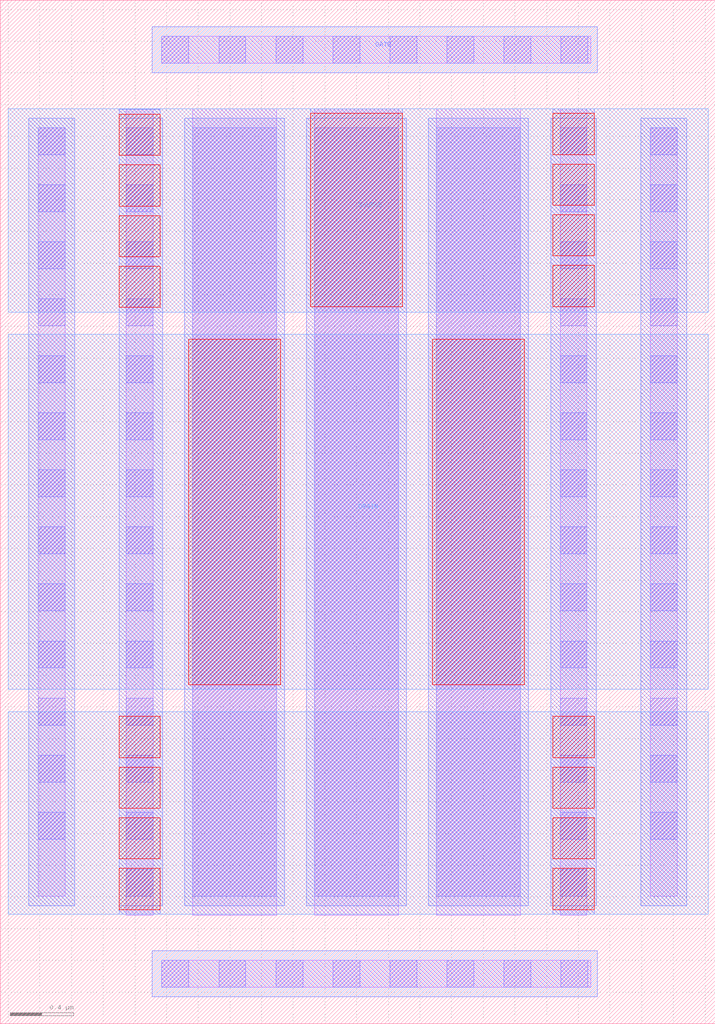
<source format=lef>
# Copyright 2020 The SkyWater PDK Authors
#
# Licensed under the Apache License, Version 2.0 (the "License");
# you may not use this file except in compliance with the License.
# You may obtain a copy of the License at
#
#     https://www.apache.org/licenses/LICENSE-2.0
#
# Unless required by applicable law or agreed to in writing, software
# distributed under the License is distributed on an "AS IS" BASIS,
# WITHOUT WARRANTIES OR CONDITIONS OF ANY KIND, either express or implied.
# See the License for the specific language governing permissions and
# limitations under the License.
#
# SPDX-License-Identifier: Apache-2.0

VERSION 5.7 ;
  NOWIREEXTENSIONATPIN ON ;
  DIVIDERCHAR "/" ;
  BUSBITCHARS "[]" ;
MACRO sky130_fd_pr__rf_pfet_01v8_mcM04W5p00L0p15
  CLASS BLOCK ;
  FOREIGN sky130_fd_pr__rf_pfet_01v8_mcM04W5p00L0p15 ;
  ORIGIN  0.050000  0.000000 ;
  SIZE  4.515000 BY  6.460000 ;
  PIN DRAIN
    ANTENNADIFFAREA  6.262000 ;
    PORT
      LAYER met2 ;
        RECT 0.000000 2.110000 4.420000 4.350000 ;
    END
  END DRAIN
  PIN GATE
    ANTENNAGATEAREA  3.030000 ;
    PORT
      LAYER met1 ;
        RECT 0.910000 0.170000 3.720000 0.460000 ;
        RECT 0.910000 6.000000 3.720000 6.290000 ;
    END
  END GATE
  PIN SOURCE
    ANTENNADIFFAREA  6.034750 ;
    PORT
      LAYER met2 ;
        RECT 0.000000 0.690000 4.420000 1.970000 ;
        RECT 0.000000 4.490000 4.420000 5.775000 ;
    END
  END SOURCE
  OBS
    LAYER li1 ;
      RECT 0.190000 0.805000 0.360000 5.655000 ;
      RECT 0.745000 0.685000 0.915000 5.775000 ;
      RECT 0.970000 0.230000 3.680000 0.400000 ;
      RECT 0.970000 6.060000 3.680000 6.230000 ;
      RECT 1.165000 0.685000 1.695000 5.775000 ;
      RECT 1.935000 0.685000 2.465000 5.775000 ;
      RECT 2.705000 0.685000 3.235000 5.775000 ;
      RECT 3.485000 0.685000 3.655000 5.775000 ;
      RECT 4.055000 0.805000 4.225000 5.655000 ;
    LAYER mcon ;
      RECT 0.190000 1.165000 0.360000 1.335000 ;
      RECT 0.190000 1.525000 0.360000 1.695000 ;
      RECT 0.190000 1.885000 0.360000 2.055000 ;
      RECT 0.190000 2.245000 0.360000 2.415000 ;
      RECT 0.190000 2.605000 0.360000 2.775000 ;
      RECT 0.190000 2.965000 0.360000 3.135000 ;
      RECT 0.190000 3.325000 0.360000 3.495000 ;
      RECT 0.190000 3.685000 0.360000 3.855000 ;
      RECT 0.190000 4.045000 0.360000 4.215000 ;
      RECT 0.190000 4.405000 0.360000 4.575000 ;
      RECT 0.190000 4.765000 0.360000 4.935000 ;
      RECT 0.190000 5.125000 0.360000 5.295000 ;
      RECT 0.190000 5.485000 0.360000 5.655000 ;
      RECT 0.745000 0.805000 0.915000 0.975000 ;
      RECT 0.745000 1.165000 0.915000 1.335000 ;
      RECT 0.745000 1.525000 0.915000 1.695000 ;
      RECT 0.745000 1.885000 0.915000 2.055000 ;
      RECT 0.745000 2.245000 0.915000 2.415000 ;
      RECT 0.745000 2.605000 0.915000 2.775000 ;
      RECT 0.745000 2.965000 0.915000 3.135000 ;
      RECT 0.745000 3.325000 0.915000 3.495000 ;
      RECT 0.745000 3.685000 0.915000 3.855000 ;
      RECT 0.745000 4.045000 0.915000 4.215000 ;
      RECT 0.745000 4.405000 0.915000 4.575000 ;
      RECT 0.745000 4.765000 0.915000 4.935000 ;
      RECT 0.745000 5.125000 0.915000 5.295000 ;
      RECT 0.745000 5.485000 0.915000 5.655000 ;
      RECT 0.970000 0.230000 1.140000 0.400000 ;
      RECT 0.970000 6.060000 1.140000 6.230000 ;
      RECT 1.165000 0.805000 1.695000 5.655000 ;
      RECT 1.330000 0.230000 1.500000 0.400000 ;
      RECT 1.330000 6.060000 1.500000 6.230000 ;
      RECT 1.690000 0.230000 1.860000 0.400000 ;
      RECT 1.690000 6.060000 1.860000 6.230000 ;
      RECT 1.935000 0.805000 2.465000 5.655000 ;
      RECT 2.050000 0.230000 2.220000 0.400000 ;
      RECT 2.050000 6.060000 2.220000 6.230000 ;
      RECT 2.410000 0.230000 2.580000 0.400000 ;
      RECT 2.410000 6.060000 2.580000 6.230000 ;
      RECT 2.705000 0.805000 3.235000 5.655000 ;
      RECT 2.770000 0.230000 2.940000 0.400000 ;
      RECT 2.770000 6.060000 2.940000 6.230000 ;
      RECT 3.130000 0.230000 3.300000 0.400000 ;
      RECT 3.130000 6.060000 3.300000 6.230000 ;
      RECT 3.485000 0.805000 3.655000 0.975000 ;
      RECT 3.485000 1.165000 3.655000 1.335000 ;
      RECT 3.485000 1.525000 3.655000 1.695000 ;
      RECT 3.485000 1.885000 3.655000 2.055000 ;
      RECT 3.485000 2.245000 3.655000 2.415000 ;
      RECT 3.485000 2.605000 3.655000 2.775000 ;
      RECT 3.485000 2.965000 3.655000 3.135000 ;
      RECT 3.485000 3.325000 3.655000 3.495000 ;
      RECT 3.485000 3.685000 3.655000 3.855000 ;
      RECT 3.485000 4.045000 3.655000 4.215000 ;
      RECT 3.485000 4.405000 3.655000 4.575000 ;
      RECT 3.485000 4.765000 3.655000 4.935000 ;
      RECT 3.485000 5.125000 3.655000 5.295000 ;
      RECT 3.485000 5.485000 3.655000 5.655000 ;
      RECT 3.490000 0.230000 3.660000 0.400000 ;
      RECT 3.490000 6.060000 3.660000 6.230000 ;
      RECT 4.055000 1.165000 4.225000 1.335000 ;
      RECT 4.055000 1.525000 4.225000 1.695000 ;
      RECT 4.055000 1.885000 4.225000 2.055000 ;
      RECT 4.055000 2.245000 4.225000 2.415000 ;
      RECT 4.055000 2.605000 4.225000 2.775000 ;
      RECT 4.055000 2.965000 4.225000 3.135000 ;
      RECT 4.055000 3.325000 4.225000 3.495000 ;
      RECT 4.055000 3.685000 4.225000 3.855000 ;
      RECT 4.055000 4.045000 4.225000 4.215000 ;
      RECT 4.055000 4.405000 4.225000 4.575000 ;
      RECT 4.055000 4.765000 4.225000 4.935000 ;
      RECT 4.055000 5.125000 4.225000 5.295000 ;
      RECT 4.055000 5.485000 4.225000 5.655000 ;
    LAYER met1 ;
      RECT 0.130000 0.745000 0.420000 5.715000 ;
      RECT 0.700000 0.690000 0.960000 0.745000 ;
      RECT 0.700000 0.745000 0.975000 5.715000 ;
      RECT 0.700000 5.715000 0.960000 5.770000 ;
      RECT 1.115000 0.745000 1.745000 5.715000 ;
      RECT 1.885000 0.745000 2.515000 5.715000 ;
      RECT 1.910000 5.715000 2.490000 5.775000 ;
      RECT 2.655000 0.745000 3.285000 5.715000 ;
      RECT 3.425000 0.745000 3.715000 5.715000 ;
      RECT 3.440000 0.690000 3.700000 0.745000 ;
      RECT 3.440000 5.715000 3.700000 5.775000 ;
      RECT 3.995000 0.745000 4.285000 5.715000 ;
    LAYER via ;
      RECT 0.700000 0.720000 0.960000 0.980000 ;
      RECT 0.700000 1.040000 0.960000 1.300000 ;
      RECT 0.700000 1.360000 0.960000 1.620000 ;
      RECT 0.700000 1.680000 0.960000 1.940000 ;
      RECT 0.700000 4.520000 0.960000 4.780000 ;
      RECT 0.700000 4.840000 0.960000 5.100000 ;
      RECT 0.700000 5.160000 0.960000 5.420000 ;
      RECT 0.700000 5.480000 0.960000 5.740000 ;
      RECT 1.140000 2.140000 1.720000 4.320000 ;
      RECT 1.910000 4.525000 2.490000 5.745000 ;
      RECT 2.680000 2.140000 3.260000 4.320000 ;
      RECT 3.440000 0.720000 3.700000 0.980000 ;
      RECT 3.440000 1.040000 3.700000 1.300000 ;
      RECT 3.440000 1.360000 3.700000 1.620000 ;
      RECT 3.440000 1.680000 3.700000 1.940000 ;
      RECT 3.440000 4.525000 3.700000 4.785000 ;
      RECT 3.440000 4.845000 3.700000 5.105000 ;
      RECT 3.440000 5.165000 3.700000 5.425000 ;
      RECT 3.440000 5.485000 3.700000 5.745000 ;
  END
END sky130_fd_pr__rf_pfet_01v8_mcM04W5p00L0p15
END LIBRARY

</source>
